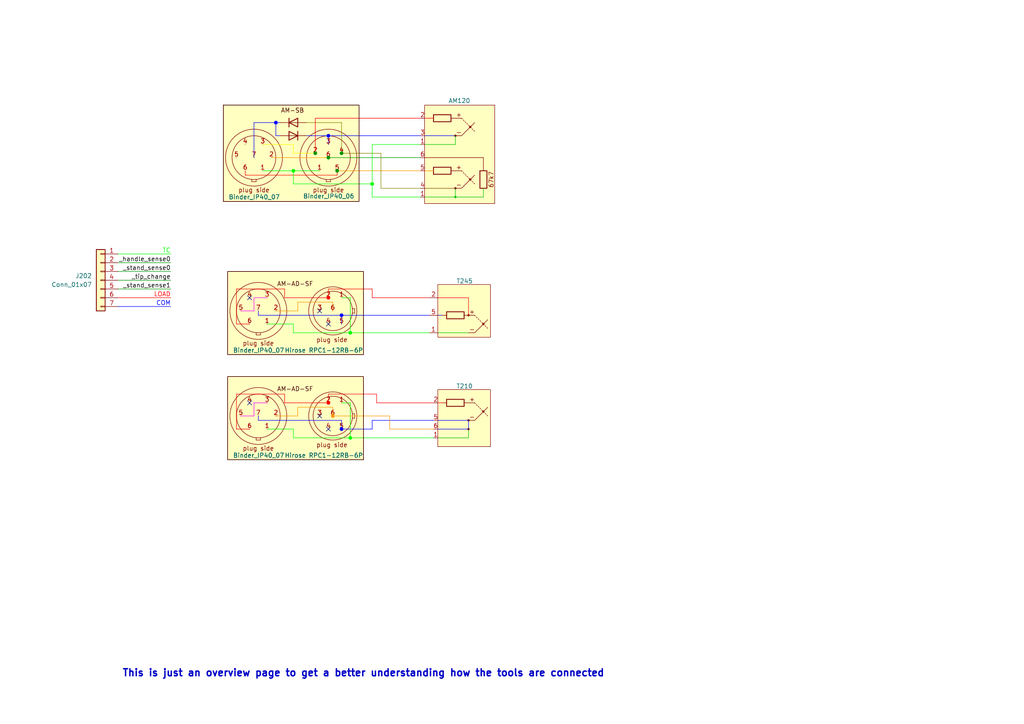
<source format=kicad_sch>
(kicad_sch (version 20231120) (generator "eeschema") (generator_version "8.0")
  (paper "A4")
  (lib_symbols
    (symbol "Connector_Generic:Conn_01x07" (pin_names (offset 1.016) hide)
      (property "Reference" "J" (at 0 10.16 0))
      (property "Value" "Conn_01x07" (at 0 -10.16 0))
      (symbol "Conn_01x07_1_1"
        (rectangle (start -1.27 -7.493) (end 0 -7.747) (stroke (width 0.1524)))
        (rectangle (start -1.27 -4.953) (end 0 -5.207) (stroke (width 0.1524)))
        (rectangle (start -1.27 -2.413) (end 0 -2.667) (stroke (width 0.1524)))
        (rectangle (start -1.27 0.127) (end 0 -0.127) (stroke (width 0.1524)))
        (rectangle (start -1.27 2.667) (end 0 2.413) (stroke (width 0.1524)))
        (rectangle (start -1.27 5.207) (end 0 4.953) (stroke (width 0.1524)))
        (rectangle (start -1.27 7.747) (end 0 7.493) (stroke (width 0.1524)))
        (rectangle (start -1.27 8.89) (end 1.27 -8.89) (stroke (width 0.254)) (fill (type background)))
        (pin passive line (at -5.08 7.62 0) (length 3.81) (name "Pin_1") (number "1"))
        (pin passive line (at -5.08 5.08 0) (length 3.81) (name "Pin_2") (number "2"))
        (pin passive line (at -5.08 2.54 0) (length 3.81) (name "Pin_3") (number "3"))
        (pin passive line (at -5.08 0 0) (length 3.81) (name "Pin_4") (number "4"))
        (pin passive line (at -5.08 -2.54 0) (length 3.81) (name "Pin_5") (number "5"))
        (pin passive line (at -5.08 -5.08 0) (length 3.81) (name "Pin_6") (number "6"))
        (pin passive line (at -5.08 -7.62 0) (length 3.81) (name "Pin_7") (number "7"))
      )
    )
    (symbol "Device:D" (pin_numbers hide) (pin_names (offset 1.016) hide)
      (property "Reference" "D" (at 0 2.54 0))
      (property "Value" "D" (at 0 -2.54 0))
      (symbol "D_0_1"
        (polyline (pts (xy -1.27 1.27) (xy -1.27 -1.27)) (stroke (width 0.254)))
        (polyline (pts (xy 1.27 0) (xy -1.27 0)))
        (polyline (pts (xy 1.27 1.27) (xy 1.27 -1.27) (xy -1.27 0) (xy 1.27 1.27)) (stroke (width 0.254)))
      )
      (symbol "D_1_1"
        (pin passive line (at -3.81 0 0) (length 2.54) (name "K") (number "1"))
        (pin passive line (at 3.81 0 180) (length 2.54) (name "A") (number "2"))
      )
    )
    (symbol "mylib_connectors:Binder_IP40_06" (exclude_from_sim yes) (in_bom no) (on_board no)
      (property "Reference" "X" (at 0 9.144 0))
      (property "Value" "Binder_IP40_06" (at 0 -11.43 0))
      (symbol "Binder_IP40_06_1_1"
        (polyline (pts (xy -0.635 -6.35) (xy -0.635 -6.985) (xy 0.635 -6.985) (xy 0.635 -6.35)))
        (circle (center 0 0) (radius 6.35))
        (circle (center 0 0) (radius 8.255))
        (text "plug side" (at 0 -9.398 0) (effects (font (size 1.27 1.27))))
        (pin bidirectional line (at -2.54 -3.81 0) (length 0) (name "") (number "1"))
        (pin bidirectional line (at -3.81 1.27 0) (length 0) (name "") (number "2"))
        (pin bidirectional line (at 0 3.81 0) (length 0) (name "") (number "3"))
        (pin bidirectional line (at 3.81 1.27 0) (length 0) (name "") (number "4"))
        (pin bidirectional line (at 2.54 -3.81 0) (length 0) (name "") (number "5"))
        (pin bidirectional line (at 0 0 0) (length 0) (name "") (number "6"))
      )
    )
    (symbol "mylib_connectors:Binder_IP40_07" (exclude_from_sim yes) (in_bom no) (on_board no)
      (property "Reference" "X" (at 0 9.144 0))
      (property "Value" "Binder_IP40_07" (at 0 -11.43 0))
      (symbol "Binder_IP40_07_1_1"
        (polyline (pts (xy -0.635 -6.35) (xy -0.635 -6.985) (xy 0.635 -6.985) (xy 0.635 -6.35)))
        (circle (center 0 0) (radius 6.35))
        (circle (center 0 0) (radius 8.255))
        (text "plug side" (at 0 -9.398 0) (effects (font (size 1.27 1.27))))
        (pin bidirectional line (at 2.54 -3.81 0) (length 0) (name "") (number "1"))
        (pin bidirectional line (at 5.08 0 0) (length 0) (name "") (number "2"))
        (pin bidirectional line (at 2.54 3.81 0) (length 0) (name "") (number "3"))
        (pin bidirectional line (at -2.54 3.81 0) (length 0) (name "") (number "4"))
        (pin bidirectional line (at -5.08 0 0) (length 0) (name "") (number "5"))
        (pin bidirectional line (at -2.54 -3.81 0) (length 0) (name "") (number "6"))
        (pin bidirectional line (at 0 0 0) (length 0) (name "") (number "7"))
      )
    )
    (symbol "mylib_connectors:Hirose RPC1-12RB-6P" (exclude_from_sim yes) (in_bom no) (on_board no)
      (property "Reference" "X" (at 0 9.144 0))
      (property "Value" "Hirose RPC1-12RB-6P" (at 0 -11.43 0))
      (symbol "Hirose RPC1-12RB-6P_1_1"
        (polyline (pts (xy -0.635 -5.715) (xy -0.635 -6.35) (xy 0.635 -6.35) (xy 0.635 -5.715)))
        (circle (center 0 0) (radius 5.715))
        (circle (center 0 0) (radius 6.985))
        (text "plug side" (at -8.382 0.254 900) (effects (font (size 1.27 1.27))))
        (pin bidirectional line (at 3.81 -2.54 90) (length 0) (name "") (number "1"))
        (pin bidirectional line (at 3.81 1.27 90) (length 0) (name "") (number "2"))
        (pin bidirectional line (at 0 3.81 90) (length 0) (name "") (number "3"))
        (pin bidirectional line (at -3.81 1.27 90) (length 0) (name "") (number "4"))
        (pin bidirectional line (at -3.81 -2.54 90) (length 0) (name "") (number "5"))
        (pin bidirectional line (at 0 0 90) (length 0) (name "") (number "6"))
      )
    )
    (symbol "mylib_connectors:JBC-AD-SF" (exclude_from_sim yes) (in_bom no) (on_board no)
      (property "Reference" "X" (at 0 14.224 0))
      (property "Value" "JBC-AD-SF" (at 0 -12.192 0))
      (symbol "JBC-AD-SF_0_1"
        (rectangle (start -22.225 13.335) (end 22.225 -10.795))
        (polyline (pts (xy 20.32 0.635) (xy 19.05 0.635) (xy 19.05 -0.635) (xy 20.32 -0.635)))
        (circle (center 12.7 0) (radius 7.62))
        (circle (center 12.7 0) (radius 8.89))
      )
      (symbol "JBC-AD-SF_1_1"
        (circle (center -12.7 0) (radius 6.35))
        (circle (center -12.7 0) (radius 8.255))
        (polyline (pts (xy -17.78 0) (xy -17.78 1.905) (xy -10.16 1.905) (xy -10.16 3.81)) (stroke (width 0) (color 255 0 170 1)))
        (polyline (pts (xy -13.335 -6.35) (xy -13.335 -6.985) (xy -12.065 -6.985) (xy -12.065 -6.35)))
        (polyline (pts (xy -12.7 0) (xy -12.7 -1.905) (xy 16.51 -1.905) (xy 16.51 -3.81)) (stroke (width 0) (color 0 0 0 1)))
        (polyline (pts (xy -15.24 -3.81) (xy -15.24 2.54) (xy -1.905 2.54) (xy -1.905 3.81) (xy 8.89 3.81)) (stroke (width 0) (color 255 0 0 1)))
        (polyline (pts (xy -10.16 -3.81) (xy 0.635 -3.81) (xy 0.635 5.08) (xy 16.51 5.08) (xy 16.51 3.81)) (stroke (width 0) (color 0 255 0 1)))
        (polyline (pts (xy -7.62 0) (xy -0.635 0) (xy -0.635 1.905) (xy 12.7 1.905) (xy 12.7 0)) (stroke (width 0) (color 0 0 255 1)))
        (text "3/5  Handle holder\n4 Tipchanger" (at -11.938 10.668 0) (effects (font (size 1.27 1.27))))
        (text "plug side\n" (at 0 -9.144 0) (effects (font (size 1.27 1.27))))
        (pin input line (at -10.16 -3.81 0) (length 0) (name "") (number "1"))
        (pin input line (at 16.51 3.81 0) (length 0) (name "") (number "1"))
        (pin input line (at -7.62 0 0) (length 0) (name "") (number "2"))
        (pin input line (at 8.89 3.81 0) (length 0) (name "") (number "2"))
        (pin input line (at -10.16 3.81 0) (length 0) (name "") (number "3"))
        (pin no_connect line (at 6.35 0 0) (length 0) (name "") (number "3"))
        (pin input line (at -15.24 3.81 0) (length 0) (name "") (number "4"))
        (pin no_connect line (at 8.89 -3.81 0) (length 0) (name "") (number "4"))
        (pin input line (at -17.78 0 0) (length 0) (name "") (number "5"))
        (pin input line (at 16.51 -3.81 0) (length 0) (name "") (number "5"))
        (pin input line (at -15.24 -3.81 0) (length 0) (name "") (number "6"))
        (pin input line (at 12.7 0 0) (length 0) (name "") (number "6"))
        (pin input line (at -12.7 0 0) (length 0) (name "") (number "7"))
      )
    )
    (symbol "mylib_connectors:JBC-AM-SB" (exclude_from_sim yes) (in_bom no) (on_board no)
      (property "Reference" "X" (at 0 14.224 0))
      (property "Value" "JBC-AM-SB" (at 0 -12.192 0))
      (symbol "JBC-AM-SB_0_1"
        (rectangle (start -22.225 13.335) (end 22.225 -10.795))
        (polyline (pts (xy 20.32 0.635) (xy 19.05 0.635) (xy 19.05 -0.635) (xy 20.32 -0.635)))
        (circle (center 12.7 0) (radius 7.62))
        (circle (center 12.7 0) (radius 8.89))
      )
      (symbol "JBC-AM-SB_1_1"
        (circle (center -12.7 0) (radius 6.35))
        (circle (center -12.7 0) (radius 8.255))
        (polyline (pts (xy -17.78 0) (xy -17.78 1.905) (xy -10.16 1.905) (xy -10.16 3.81)) (stroke (width 0) (color 255 0 170 1)))
        (polyline (pts (xy -13.335 -6.35) (xy -13.335 -6.985) (xy -12.065 -6.985) (xy -12.065 -6.35)))
        (polyline (pts (xy -12.7 0) (xy -12.7 -1.905) (xy 16.51 -1.905) (xy 16.51 -3.81)) (stroke (width 0) (color 0 0 0 1)))
        (polyline (pts (xy -15.24 -3.81) (xy -15.24 2.54) (xy -1.905 2.54) (xy -1.905 3.81) (xy 8.89 3.81)) (stroke (width 0) (color 255 0 0 1)))
        (polyline (pts (xy -10.16 -3.81) (xy 0.635 -3.81) (xy 0.635 5.08) (xy 16.51 5.08) (xy 16.51 3.81)) (stroke (width 0) (color 0 255 0 1)))
        (polyline (pts (xy -7.62 0) (xy -0.635 0) (xy -0.635 1.905) (xy 12.7 1.905) (xy 12.7 0)) (stroke (width 0) (color 0 0 255 1)))
        (text "3/5  Handle holder\n4 Tipchanger" (at -11.938 10.668 0) (effects (font (size 1.27 1.27))))
        (text "plug side\n" (at 0 -9.144 0) (effects (font (size 1.27 1.27))))
        (pin input line (at -10.16 -3.81 0) (length 0) (name "") (number "1"))
        (pin input line (at 16.51 3.81 0) (length 0) (name "") (number "1"))
        (pin input line (at -7.62 0 0) (length 0) (name "") (number "2"))
        (pin input line (at 8.89 3.81 0) (length 0) (name "") (number "2"))
        (pin input line (at -10.16 3.81 0) (length 0) (name "") (number "3"))
        (pin no_connect line (at 6.35 0 0) (length 0) (name "") (number "3"))
        (pin input line (at -15.24 3.81 0) (length 0) (name "") (number "4"))
        (pin no_connect line (at 8.89 -3.81 0) (length 0) (name "") (number "4"))
        (pin input line (at -17.78 0 0) (length 0) (name "") (number "5"))
        (pin input line (at 16.51 -3.81 0) (length 0) (name "") (number "5"))
        (pin input line (at -15.24 -3.81 0) (length 0) (name "") (number "6"))
        (pin input line (at 12.7 0 0) (length 0) (name "") (number "6"))
        (pin input line (at -12.7 0 0) (length 0) (name "") (number "7"))
      )
    )
    (symbol "mylib_connectors:JBC-AM120" (exclude_from_sim yes) (in_bom no) (on_board no)
      (property "Reference" "HEATER" (at -0.508 12.7 0))
      (property "Value" "AM120" (at -0.508 -15.748 0))
      (symbol "JBC-AM120_0_1"
        (rectangle (start -7.62 -4.064) (end -2.54 -6.096) (stroke (width 0.254)))
        (rectangle (start -7.62 11.176) (end -2.54 9.144) (stroke (width 0.254)))
        (polyline (pts (xy -10.16 -1.27) (xy 6.858 -1.27)))
        (polyline (pts (xy -7.62 -5.08) (xy -8.89 -5.08)))
        (polyline (pts (xy -7.62 10.16) (xy -8.89 10.16)))
        (polyline (pts (xy -2.54 -5.08) (xy 0.508 -5.08)))
        (polyline (pts (xy -2.54 10.16) (xy 0.508 10.16)))
        (polyline (pts (xy -1.27 -10.16) (xy -10.16 -10.16)) (stroke (width 0) (color 128 77 0 1)))
        (polyline (pts (xy -1.27 5.08) (xy -10.16 5.08)) (stroke (width 0) (color 0 0 255 1)))
        (polyline (pts (xy 0.508 -5.08) (xy 0.762 -5.334)))
        (polyline (pts (xy 0.508 10.16) (xy 0.762 9.906)))
        (polyline (pts (xy 1.016 -5.588) (xy 1.27 -5.842)))
        (polyline (pts (xy 1.016 9.652) (xy 1.27 9.398)))
        (polyline (pts (xy 1.524 -6.096) (xy 1.778 -6.35)))
        (polyline (pts (xy 1.524 9.144) (xy 1.778 8.89)))
        (polyline (pts (xy 2.032 -6.604) (xy 2.286 -6.858)))
        (polyline (pts (xy 2.032 8.636) (xy 2.286 8.382)))
        (polyline (pts (xy 2.54 -7.112) (xy 2.794 -7.366)))
        (polyline (pts (xy 2.54 8.128) (xy 2.794 7.874)))
        (polyline (pts (xy 3.048 -7.62) (xy 3.302 -7.874)))
        (polyline (pts (xy 3.048 7.62) (xy 3.302 7.366)))
        (polyline (pts (xy 3.556 -8.128) (xy 3.81 -8.382)))
        (polyline (pts (xy 3.556 7.112) (xy 3.81 6.858)))
        (polyline (pts (xy 4.064 -8.636) (xy 4.318 -8.89)))
        (polyline (pts (xy 4.064 6.604) (xy 4.318 6.35)))
        (polyline (pts (xy 6.858 -1.27) (xy 6.858 -5.08)))
        (polyline (pts (xy -1.27 -10.16) (xy 0.508 -10.16) (xy 4.318 -6.35)))
        (polyline (pts (xy -1.27 5.08) (xy 0.508 5.08) (xy 4.318 8.89)))
        (circle (center 3.048 -7.62) (radius 0.254) (fill (type outline)))
        (circle (center 3.048 7.62) (radius 0.254) (fill (type outline)))
        (rectangle (start 5.842 -5.08) (end 7.874 -10.16) (stroke (width 0.254)))
      )
      (symbol "JBC-AM120_1_1"
        (rectangle (start -10.16 13.97) (end 10.16 -14.605) (fill (type background)))
        (circle (center -1.27 -12.7) (radius 0.254) (stroke (width 0) (color 0 194 0 1)) (fill (type color) (color 0 194 0 1)))
        (circle (center -1.27 -10.16) (radius 0.254) (fill (type color) (color 132 0 0 1)))
        (circle (center -1.27 5.08) (radius 0.254) (fill (type color) (color 132 0 0 1)))
        (polyline (pts (xy -10.16 -5.08) (xy -7.62 -5.08)) (stroke (width 0) (color 255 153 0 1)))
        (polyline (pts (xy -7.62 10.16) (xy -10.16 10.16)) (stroke (width 0) (color 255 0 0 1)))
        (polyline (pts (xy -1.27 -12.7) (xy -10.16 -12.7)) (stroke (width 0) (color 0 194 0 1)))
        (polyline (pts (xy -1.27 -12.7) (xy -1.27 -10.16)) (stroke (width 0) (color 0 194 0 1)) (fill (type color)))
        (polyline (pts (xy -1.27 2.54) (xy -10.16 2.54)) (stroke (width 0) (color 0 194 0 1)))
        (polyline (pts (xy -1.27 2.54) (xy -1.27 5.08)) (stroke (width 0) (color 0 194 0 1)))
        (polyline (pts (xy -1.27 -12.7) (xy 6.858 -12.7) (xy 6.858 -10.16)) (stroke (width 0) (color 0 194 0 1)))
        (text "+" (at -0.254 -4.064 0) (effects (font (size 1.27 1.27))))
        (text "+" (at -0.254 11.176 0) (effects (font (size 1.27 1.27))))
        (text "-\n" (at -0.254 -9.144 0) (effects (font (size 1.27 1.27))))
        (text "-\n" (at -0.254 6.096 0) (effects (font (size 1.27 1.27))))
        (text "67k7" (at 9.144 -7.62 900) (effects (font (size 1.27 1.27))))
        (pin bidirectional line (at -11.43 -12.7 0) (length 1.27) (name "") (number "1"))
        (pin bidirectional line (at -11.43 2.54 0) (length 1.27) (name "") (number "1"))
        (pin bidirectional line (at -11.43 10.16 0) (length 1.27) (name "") (number "2"))
        (pin bidirectional line (at -11.43 5.08 0) (length 1.27) (name "") (number "3"))
        (pin bidirectional line (at -11.43 -10.16 0) (length 1.27) (name "") (number "4"))
        (pin bidirectional line (at -11.43 -5.08 0) (length 1.27) (name "") (number "5"))
        (pin bidirectional line (at -11.43 -1.27 0) (length 1.27) (name "") (number "6"))
      )
    )
    (symbol "mylib_connectors:JBC-T210" (exclude_from_sim yes) (in_bom no) (on_board no)
      (property "Reference" "HEATER" (at -0.254 6.35 0))
      (property "Value" "T210" (at 0 -10.16 0))
      (symbol "JBC-T210_0_1"
        (rectangle (start -5.08 4.826) (end 0 2.794) (stroke (width 0.254)))
        (polyline (pts (xy -5.08 3.81) (xy -6.35 3.81)))
        (polyline (pts (xy 0 3.81) (xy 3.048 3.81)))
        (polyline (pts (xy 1.27 -3.81) (xy -7.62 -3.81)) (stroke (width 0) (color 0 0 255 1)))
        (polyline (pts (xy 1.27 -1.27) (xy -7.62 -1.27)) (stroke (width 0) (color 0 0 255 1)))
        (polyline (pts (xy 3.048 3.81) (xy 3.302 3.556)))
        (polyline (pts (xy 3.556 3.302) (xy 3.81 3.048)))
        (polyline (pts (xy 4.064 2.794) (xy 4.318 2.54)))
        (polyline (pts (xy 4.572 2.286) (xy 4.826 2.032)))
        (polyline (pts (xy 5.08 1.778) (xy 5.334 1.524)))
        (polyline (pts (xy 5.588 1.27) (xy 5.842 1.016)))
        (polyline (pts (xy 6.096 0.762) (xy 6.35 0.508)))
        (polyline (pts (xy 6.604 0.254) (xy 6.858 0)))
        (polyline (pts (xy 1.27 -1.27) (xy 3.048 -1.27) (xy 6.858 2.54)))
        (circle (center 5.588 1.27) (radius 0.254) (fill (type outline)))
      )
      (symbol "JBC-T210_1_1"
        (rectangle (start -7.62 7.62) (end 7.62 -8.89) (fill (type background)))
        (polyline (pts (xy -6.35 3.81) (xy -7.62 3.81)) (stroke (width 0) (color 255 0 0 1)))
        (polyline (pts (xy 1.27 -3.81) (xy 1.27 -1.27)) (stroke (width 0) (color 0 0 255 1)))
        (polyline (pts (xy 1.27 -3.81) (xy 1.27 -6.35) (xy -7.62 -6.35)) (stroke (width 0) (color 0 194 0 1)))
        (circle (center 1.27 -3.81) (radius 0.254) (fill (type color) (color 132 0 0 1)))
        (circle (center 1.27 -1.27) (radius 0.254) (fill (type color) (color 132 0 0 1)))
        (text "+" (at 2.286 4.826 0) (effects (font (size 1.27 1.27))))
        (text "-\n" (at 2.286 -0.254 0) (effects (font (size 1.27 1.27))))
        (pin bidirectional line (at -8.89 -6.35 0) (length 1.27) (name "") (number "1"))
        (pin bidirectional line (at -8.89 3.81 0) (length 1.27) (name "") (number "2"))
        (pin bidirectional line (at -8.89 -1.27 0) (length 1.27) (name "") (number "5"))
        (pin bidirectional line (at -8.89 -3.81 0) (length 1.27) (name "") (number "6"))
      )
    )
    (symbol "mylib_connectors:JBC-T245" (exclude_from_sim yes) (in_bom no) (on_board no)
      (property "Reference" "HEATER" (at 0 5.842 0))
      (property "Value" "T245" (at 0 -8.89 0))
      (symbol "JBC-T245_0_1"
        (rectangle (start -5.08 -0.254) (end 0 -2.286) (stroke (width 0.254)))
        (polyline (pts (xy -6.35 -1.27) (xy -7.62 -1.27)) (stroke (width 0) (color 0 0 255 1)))
        (polyline (pts (xy -5.08 -1.27) (xy -6.35 -1.27)))
        (polyline (pts (xy 0 -1.27) (xy 3.048 -1.27)))
        (polyline (pts (xy 3.048 -1.27) (xy 3.302 -1.524)))
        (polyline (pts (xy 3.556 -1.778) (xy 3.81 -2.032)))
        (polyline (pts (xy 4.064 -2.286) (xy 4.318 -2.54)))
        (polyline (pts (xy 4.572 -2.794) (xy 4.826 -3.048)))
        (polyline (pts (xy 5.08 -3.302) (xy 5.334 -3.556)))
        (polyline (pts (xy 5.588 -3.81) (xy 5.842 -4.064)))
        (polyline (pts (xy 6.096 -4.318) (xy 6.35 -4.572)))
        (polyline (pts (xy 6.604 -4.826) (xy 6.858 -5.08)))
        (polyline (pts (xy 1.27 -6.35) (xy 3.048 -6.35) (xy 6.858 -2.54)))
        (circle (center 5.588 -3.81) (radius 0.254) (fill (type outline)))
      )
      (symbol "JBC-T245_1_1"
        (rectangle (start -7.62 7.62) (end 7.62 -7.62) (fill (type background)))
        (polyline (pts (xy 1.27 -6.35) (xy 1.27 -6.35) (xy -7.62 -6.35)) (stroke (width 0) (color 0 194 0 1)))
        (polyline (pts (xy 1.27 -1.27) (xy 1.27 3.81) (xy -7.62 3.81)) (stroke (width 0) (color 255 0 0 1)))
        (circle (center 1.27 -1.27) (radius 0.254) (fill (type color) (color 132 0 0 1)))
        (text "+" (at 2.286 -0.254 0) (effects (font (size 1.27 1.27))))
        (text "-\n" (at 2.286 -5.334 0) (effects (font (size 1.27 1.27))))
        (pin bidirectional line (at -10.16 -6.35 0) (length 2.54) (name "") (number "1"))
        (pin bidirectional line (at -10.16 3.81 0) (length 2.54) (name "") (number "2"))
        (pin bidirectional line (at -10.16 -1.27 0) (length 2.54) (name "") (number "5"))
      )
    )
  )
  (junction (at 91.44 44.45))
  (junction (at 95.25 45.72))
  (junction (at 99.06 44.45))
  (junction (at 96.52 120.65) (color 255 153 0 1))
  (junction (at 95.25 86.36) (color 255 0 0 1))
  (junction (at 97.79 49.53))
  (junction (at 107.95 53.34) (color 0 255 0 1))
  (junction (at 95.25 116.84) (color 255 0 0 1))
  (junction (at 80.01 35.56) (color 0 0 255 1))
  (junction (at 99.06 124.46) (color 0 0 255 1))
  (junction (at 99.06 91.44) (color 0 0 255 1))
  (junction (at 101.6 96.52) (color 0 255 0 1))
  (junction (at 85.09 49.53) (color 0 255 0 1))
  (junction (at 101.6 127) (color 0 255 0 1))
  (junction (at 95.25 39.37) (color 0 0 255 1))
  (no_connect (at 72.39 116.84))
  (no_connect (at 72.39 86.36))
  (no_connect (at 95.25 124.46))
  (no_connect (at 92.71 120.65))
  (no_connect (at 95.25 93.98))
  (no_connect (at 92.71 90.17))
  (wire (pts (xy 107.95 86.36) (xy 107.95 83.82)) (stroke (width 0) (color 255 0 0 1)))
  (wire (pts (xy 107.95 53.34) (xy 85.09 53.34)) (stroke (width 0) (color 0 255 0 1)))
  (wire (pts (xy 74.93 120.65) (xy 74.93 121.92)) (stroke (width 0) (color 0 0 255 1)))
  (wire (pts (xy 68.58 83.82) (xy 82.55 83.82)) (stroke (width 0) (color 255 0 0 1)))
  (wire (pts (xy 97.79 49.53) (xy 121.92 49.53)) (stroke (width 0) (color 255 153 0 1)))
  (wire (pts (xy 125.73 124.46) (xy 113.03 124.46)) (stroke (width 0) (color 255 153 0 1)))
  (wire (pts (xy 107.95 124.46) (xy 99.06 124.46)) (stroke (width 0) (color 0 0 255 1)))
  (wire (pts (xy 85.09 127) (xy 101.6 127)) (stroke (width 0) (color 0 255 0 1)))
  (wire (pts (xy 71.12 50.8) (xy 97.79 50.8)) (stroke (width 0) (color 255 0 0 1)))
  (wire (pts (xy 73.66 90.17) (xy 73.66 86.36)) (stroke (width 0) (color 255 0 255 1)))
  (wire (pts (xy 124.46 96.52) (xy 101.6 96.52)) (stroke (width 0) (color 0 255 0 1)))
  (wire (pts (xy 68.58 93.98) (xy 68.58 83.82)) (stroke (width 0) (color 255 0 0 1)))
  (wire (pts (xy 74.93 91.44) (xy 99.06 91.44)) (stroke (width 0) (color 0 0 255 1)))
  (wire (pts (xy 101.6 116.84) (xy 99.06 116.84)) (stroke (width 0) (color 0 255 0 1)))
  (wire (pts (xy 125.73 121.92) (xy 107.95 121.92)) (stroke (width 0) (color 0 0 255 1)))
  (wire (pts (xy 107.95 121.92) (xy 107.95 124.46)) (stroke (width 0) (color 0 0 255 1)))
  (wire (pts (xy 109.22 114.3) (xy 95.25 114.3)) (stroke (width 0) (color 255 0 0 1)))
  (wire (pts (xy 101.6 96.52) (xy 101.6 86.36)) (stroke (width 0) (color 0 255 0 1)))
  (wire (pts (xy 82.55 116.84) (xy 95.25 116.84)) (stroke (width 0) (color 255 0 0 1)))
  (wire (pts (xy 73.66 86.36) (xy 77.47 86.36)) (stroke (width 0) (color 255 0 255 1)))
  (wire (pts (xy 86.36 120.65) (xy 86.36 118.11)) (stroke (width 0) (color 255 153 0 1)))
  (wire (pts (xy 49.53 83.82) (xy 34.29 83.82)))
  (wire (pts (xy 74.93 121.92) (xy 99.06 121.92)) (stroke (width 0) (color 0 0 255 1)))
  (wire (pts (xy 125.73 116.84) (xy 109.22 116.84)) (stroke (width 0) (color 255 0 0 1)))
  (wire (pts (xy 78.74 45.72) (xy 95.25 45.72)) (stroke (width 0) (color 255 153 0 1)))
  (wire (pts (xy 49.53 86.36) (xy 34.29 86.36)) (stroke (width 0) (color 255 0 0 1)))
  (wire (pts (xy 73.66 45.72) (xy 73.66 35.56)) (stroke (width 0) (color 0 0 255 1)))
  (wire (pts (xy 101.6 127) (xy 125.73 127)) (stroke (width 0) (color 0 255 0 1)))
  (wire (pts (xy 121.92 34.29) (xy 91.44 34.29)) (stroke (width 0) (color 255 0 0 1)))
  (wire (pts (xy 73.66 35.56) (xy 80.01 35.56)) (stroke (width 0) (color 0 0 255 1)))
  (wire (pts (xy 101.6 86.36) (xy 99.06 86.36)) (stroke (width 0) (color 0 255 0 1)))
  (wire (pts (xy 97.79 50.8) (xy 97.79 49.53)) (stroke (width 0) (color 255 0 0 1)))
  (wire (pts (xy 109.22 116.84) (xy 109.22 114.3)) (stroke (width 0) (color 255 0 0 1)))
  (wire (pts (xy 85.09 49.53) (xy 92.71 49.53)) (stroke (width 0) (color 0 255 0 1)))
  (wire (pts (xy 49.53 88.9) (xy 34.29 88.9)) (stroke (width 0) (color 0 0 255 1)))
  (wire (pts (xy 95.25 114.3) (xy 95.25 116.84)) (stroke (width 0) (color 255 0 0 1)))
  (wire (pts (xy 82.55 114.3) (xy 82.55 116.84)) (stroke (width 0) (color 255 0 0 1)))
  (wire (pts (xy 96.52 118.11) (xy 96.52 120.65)) (stroke (width 0) (color 255 153 0 1)))
  (wire (pts (xy 95.25 39.37) (xy 121.92 39.37)) (stroke (width 0) (color 0 0 255 1)))
  (wire (pts (xy 73.66 116.84) (xy 77.47 116.84)) (stroke (width 0) (color 255 0 255 1)))
  (wire (pts (xy 34.29 81.28) (xy 49.53 81.28)))
  (wire (pts (xy 99.06 121.92) (xy 99.06 124.46)) (stroke (width 0) (color 0 0 255 1)))
  (wire (pts (xy 76.2 49.53) (xy 85.09 49.53)) (stroke (width 0) (color 0 255 0 1)))
  (wire (pts (xy 91.44 34.29) (xy 91.44 44.45)) (stroke (width 0) (color 255 0 0 1)))
  (wire (pts (xy 77.47 93.98) (xy 85.09 93.98)) (stroke (width 0) (color 0 255 0 1)))
  (wire (pts (xy 85.09 124.46) (xy 85.09 127)) (stroke (width 0) (color 0 255 0 1)))
  (wire (pts (xy 85.09 96.52) (xy 101.6 96.52)) (stroke (width 0) (color 0 255 0 1)))
  (wire (pts (xy 99.06 91.44) (xy 124.46 91.44)) (stroke (width 0) (color 0 0 255 1)))
  (wire (pts (xy 91.44 44.45) (xy 85.09 44.45)) (stroke (width 0) (color 255 255 0 1)))
  (wire (pts (xy 107.95 83.82) (xy 95.25 83.82)) (stroke (width 0) (color 255 0 0 1)))
  (wire (pts (xy 99.06 91.44) (xy 99.06 93.98)) (stroke (width 0) (color 0 0 255 1)))
  (wire (pts (xy 88.9 39.37) (xy 95.25 39.37)) (stroke (width 0) (color 0 0 255 1)))
  (wire (pts (xy 121.92 54.61) (xy 110.49 54.61)) (stroke (width 0) (color 132 132 0 1)))
  (wire (pts (xy 49.53 78.74) (xy 34.29 78.74)))
  (wire (pts (xy 80.01 120.65) (xy 86.36 120.65)) (stroke (width 0) (color 255 153 0 1)))
  (wire (pts (xy 86.36 87.63) (xy 96.52 87.63)) (stroke (width 0) (color 255 153 0 1)))
  (wire (pts (xy 107.95 57.15) (xy 107.95 53.34)) (stroke (width 0) (color 0 255 0 1)))
  (wire (pts (xy 95.25 39.37) (xy 95.25 41.91)) (stroke (width 0) (color 0 0 255 1)))
  (wire (pts (xy 81.28 39.37) (xy 80.01 39.37)) (stroke (width 0) (color 0 0 255 1)))
  (wire (pts (xy 73.66 120.65) (xy 73.66 116.84)) (stroke (width 0) (color 255 0 255 1)))
  (wire (pts (xy 34.29 76.2) (xy 49.53 76.2)))
  (wire (pts (xy 68.58 124.46) (xy 72.39 124.46)) (stroke (width 0) (color 255 0 0 1)))
  (wire (pts (xy 69.85 90.17) (xy 73.66 90.17)) (stroke (width 0) (color 255 0 255 1)))
  (wire (pts (xy 96.52 87.63) (xy 96.52 90.17)) (stroke (width 0) (color 255 153 0 1)))
  (wire (pts (xy 68.58 93.98) (xy 72.39 93.98)) (stroke (width 0) (color 255 0 0 1)))
  (wire (pts (xy 82.55 86.36) (xy 95.25 86.36)) (stroke (width 0) (color 255 0 0 1)))
  (wire (pts (xy 113.03 124.46) (xy 113.03 120.65)) (stroke (width 0) (color 255 153 0 1)))
  (wire (pts (xy 140.97 232.41) (xy 140.97 234.95)))
  (wire (pts (xy 69.85 120.65) (xy 73.66 120.65)) (stroke (width 0) (color 255 0 255 1)))
  (wire (pts (xy 85.09 41.91) (xy 76.2 41.91)) (stroke (width 0) (color 255 255 0 1)))
  (wire (pts (xy 121.92 41.91) (xy 107.95 41.91)) (stroke (width 0) (color 0 255 0 1)))
  (wire (pts (xy 68.58 114.3) (xy 82.55 114.3)) (stroke (width 0) (color 255 0 0 1)))
  (wire (pts (xy 74.93 90.17) (xy 74.93 91.44)) (stroke (width 0) (color 0 0 255 1)))
  (wire (pts (xy 86.36 118.11) (xy 96.52 118.11)) (stroke (width 0) (color 255 153 0 1)))
  (wire (pts (xy 80.01 90.17) (xy 86.36 90.17)) (stroke (width 0) (color 255 153 0 1)))
  (wire (pts (xy 80.01 39.37) (xy 80.01 35.56)) (stroke (width 0) (color 0 0 255 1)))
  (wire (pts (xy 80.01 35.56) (xy 81.28 35.56)) (stroke (width 0) (color 0 0 255 1)))
  (wire (pts (xy 86.36 90.17) (xy 86.36 87.63)) (stroke (width 0) (color 255 153 0 1)))
  (wire (pts (xy 77.47 124.46) (xy 85.09 124.46)) (stroke (width 0) (color 0 255 0 1)))
  (wire (pts (xy 85.09 44.45) (xy 85.09 41.91)) (stroke (width 0) (color 255 255 0 1)))
  (wire (pts (xy 110.49 54.61) (xy 110.49 44.45)) (stroke (width 0) (color 132 132 0 1)))
  (wire (pts (xy 113.03 120.65) (xy 96.52 120.65)) (stroke (width 0) (color 255 153 0 1)))
  (wire (pts (xy 85.09 53.34) (xy 85.09 49.53)) (stroke (width 0) (color 0 255 0 1)))
  (wire (pts (xy 88.9 35.56) (xy 99.06 35.56)) (stroke (width 0) (color 132 132 0 1)))
  (wire (pts (xy 107.95 41.91) (xy 107.95 53.34)) (stroke (width 0) (color 0 255 0 1)))
  (wire (pts (xy 82.55 83.82) (xy 82.55 86.36)) (stroke (width 0) (color 255 0 0 1)))
  (wire (pts (xy 110.49 44.45) (xy 99.06 44.45)) (stroke (width 0) (color 132 132 0 1)))
  (wire (pts (xy 68.58 124.46) (xy 68.58 114.3)) (stroke (width 0) (color 255 0 0 1)))
  (wire (pts (xy 121.92 57.15) (xy 107.95 57.15)) (stroke (width 0) (color 0 255 0 1)))
  (wire (pts (xy 101.6 127) (xy 101.6 116.84)) (stroke (width 0) (color 0 255 0 1)))
  (wire (pts (xy 95.25 45.72) (xy 121.92 45.72)))
  (wire (pts (xy 71.12 49.53) (xy 71.12 50.8)) (stroke (width 0) (color 255 0 0 1)))
  (wire (pts (xy 124.46 86.36) (xy 107.95 86.36)) (stroke (width 0) (color 255 0 0 1)))
  (wire (pts (xy 49.53 73.66) (xy 34.29 73.66)) (stroke (width 0) (color 0 255 0 1)))
  (wire (pts (xy 99.06 44.45) (xy 99.06 35.56)) (stroke (width 0) (color 132 132 0 1)))
  (wire (pts (xy 85.09 93.98) (xy 85.09 96.52)) (stroke (width 0) (color 0 255 0 1)))
  (wire (pts (xy 95.25 83.82) (xy 95.25 86.36)) (stroke (width 0) (color 255 0 0 1)))
  (rectangle (start 66.04 78.74) (end 105.41 102.87) (stroke (width 0.2032) (color 72 0 0 1)) (fill (type color) (color 255 255 194 1)))
  (rectangle (start 66.04 109.22) (end 105.41 133.35) (stroke (width 0.2032) (color 72 0 0 1)) (fill (type color) (color 255 255 194 1)))
  (rectangle (start 64.77 30.48) (end 104.14 58.42) (stroke (width 0.2032) (color 72 0 0 1)) (fill (type color) (color 255 255 194 1)))
  (text "This is just an overview page to get a better understanding how the tools are connected" (exclude_from_sim yes) (at 105.41 195.326 0) (effects (font (size 2.032 2.032) (thickness 0.4064) (bold yes))))
  (text "AM-SB" (at 84.836 32.258 0) (effects (font (size 1.27 1.27))))
  (text "AM-AD-SF" (at 85.598 113.03 0) (effects (font (size 1.27 1.27))))
  (text "AM-AD-SF" (at 85.598 82.55 0) (effects (font (size 1.27 1.27))))
  (label "_stand_sense0" (at 49.53 78.74 180))
  (label "TC" (at 49.53 73.66 180))
  (label "LOAD" (at 49.53 86.36 180))
  (label "COM" (at 49.53 88.9 180))
  (label "_tip_change" (at 49.53 81.28 180))
  (label "_stand_sense1" (at 49.53 83.82 180))
  (label "_handle_sense0" (at 49.53 76.2 180))
  (symbol (lib_id "mylib_connectors:JBC-AM-SB") (at 76.2 238.76 0) (unit 1) (exclude_from_sim yes) (in_bom no) (on_board no)
    (property "Reference" "X901" (at 73.914 224.282 0) (effects (justify left)))
    (property "Value" "JBC-AM-SB" (at 70.358 251.206 0) (effects (justify left)))
  )
  (symbol (lib_id "mylib_connectors:Binder_IP40_07") (at 74.93 90.17 0) (unit 1) (exclude_from_sim yes) (in_bom no) (on_board no)
    (property "Reference" "X906" (effects (hide yes)))
    (property "Value" "Binder_IP40_07" (at 67.564 101.6 0) (effects (justify left)))
  )
  (symbol (lib_id "Device:D") (at 85.09 35.56 0) (unit 1) (exclude_from_sim yes) (in_bom no) (on_board no)
    (property "Reference" "D902" (effects (hide yes)))
    (property "Value" "D" (effects (hide yes)))
    (property "Description" "Diode" (effects (hide yes)))
    (property "Sim.Device" "D" (effects (hide yes)))
    (property "Sim.Pins" "1=K 2=A" (effects (hide yes)))
  )
  (symbol (lib_id "mylib_connectors:JBC-T245") (at 134.62 90.17 0) (unit 1) (exclude_from_sim yes) (in_bom no) (on_board no)
    (property "Reference" "HEATER903" (effects (hide yes)))
    (property "Value" "T245" (at 132.334 81.534 0) (effects (justify left)))
  )
  (symbol (lib_id "mylib_connectors:Binder_IP40_07") (at 74.93 120.65 0) (unit 1) (exclude_from_sim yes) (in_bom no) (on_board no)
    (property "Reference" "X201" (effects (hide yes)))
    (property "Value" "Binder_IP40_07" (at 67.564 132.08 0) (effects (justify left)))
  )
  (symbol (lib_id "mylib_connectors:Binder_IP40_06") (at 95.25 45.72 0) (unit 1) (exclude_from_sim yes) (in_bom no) (on_board no)
    (property "Reference" "X904" (effects (hide yes)))
    (property "Value" "Binder_IP40_06" (at 87.884 56.896 0) (effects (justify left)))
  )
  (symbol (lib_id "mylib_connectors:Hirose RPC1-12RB-6P") (at 96.52 120.65 90) (unit 1) (exclude_from_sim yes) (in_bom no) (on_board no)
    (property "Reference" "X202" (effects (hide yes)))
    (property "Value" "Hirose RPC1-12RB-6P" (at 82.55 132.08 90) (effects (justify right)))
  )
  (symbol (lib_id "mylib_connectors:JBC-AD-SF") (at 132.08 238.76 0) (unit 1) (exclude_from_sim yes) (in_bom no) (on_board no)
    (property "Reference" "X902" (at 129.54 224.282 0) (effects (justify left)))
    (property "Value" "JBC-AD-SF" (at 126.492 250.952 0) (effects (justify left)))
  )
  (symbol (lib_id "mylib_connectors:JBC-AM120") (at 133.35 44.45 0) (unit 1) (exclude_from_sim yes) (in_bom no) (on_board no)
    (property "Reference" "HEATER901" (effects (hide yes)))
    (property "Value" "AM120" (at 130.048 29.21 0) (effects (justify left)))
  )
  (symbol (lib_id "mylib_connectors:JBC-T210") (at 134.62 120.65 0) (unit 1) (exclude_from_sim yes) (in_bom no) (on_board no)
    (property "Reference" "HEATER902" (effects (hide yes)))
    (property "Value" "T210" (at 132.334 112.014 0) (effects (justify left)))
  )
  (symbol (lib_id "Device:D") (at 85.09 39.37 180) (unit 1) (exclude_from_sim yes) (in_bom no) (on_board no)
    (property "Reference" "D901" (effects (hide yes)))
    (property "Value" "D" (effects (hide yes)))
    (property "Description" "Diode" (effects (hide yes)))
    (property "Sim.Device" "D" (effects (hide yes)))
    (property "Sim.Pins" "1=K 2=A" (effects (hide yes)))
  )
  (symbol (lib_id "mylib_connectors:Hirose RPC1-12RB-6P") (at 96.52 90.17 90) (unit 1) (exclude_from_sim yes) (in_bom no) (on_board no)
    (property "Reference" "X907" (effects (hide yes)))
    (property "Value" "Hirose RPC1-12RB-6P" (at 82.55 101.6 90) (effects (justify right)))
  )
  (symbol (lib_id "Connector_Generic:Conn_01x07") (at 29.21 81.28 0) (mirror y) (unit 1) (exclude_from_sim yes) (in_bom no) (on_board no)
    (property "Reference" "J202" (at 26.67 80.0099 0) (effects (justify left)))
    (property "Value" "Conn_01x07" (at 26.67 82.5499 0) (effects (justify left)))
    (property "Footprint" "Connector_Molex:Molex_Micro-Fit_3.0_43650-0715_1x07_P3.00mm_Vertical" (effects (hide yes)))
    (property "Description" "Generic connector, single row, 01x07, script generated (kicad-library-utils/schlib/autogen/connector/)" (effects (hide yes)))
    (property "Digikey" "WM2405-ND;WM2471-ND" (effects (hide yes)))
  )
  (symbol (lib_id "mylib_connectors:Binder_IP40_07") (at 73.66 45.72 0) (unit 1) (exclude_from_sim yes) (in_bom no) (on_board no)
    (property "Reference" "X905" (effects (hide yes)))
    (property "Value" "Binder_IP40_07" (at 66.294 57.15 0) (effects (justify left)))
  )
)
</source>
